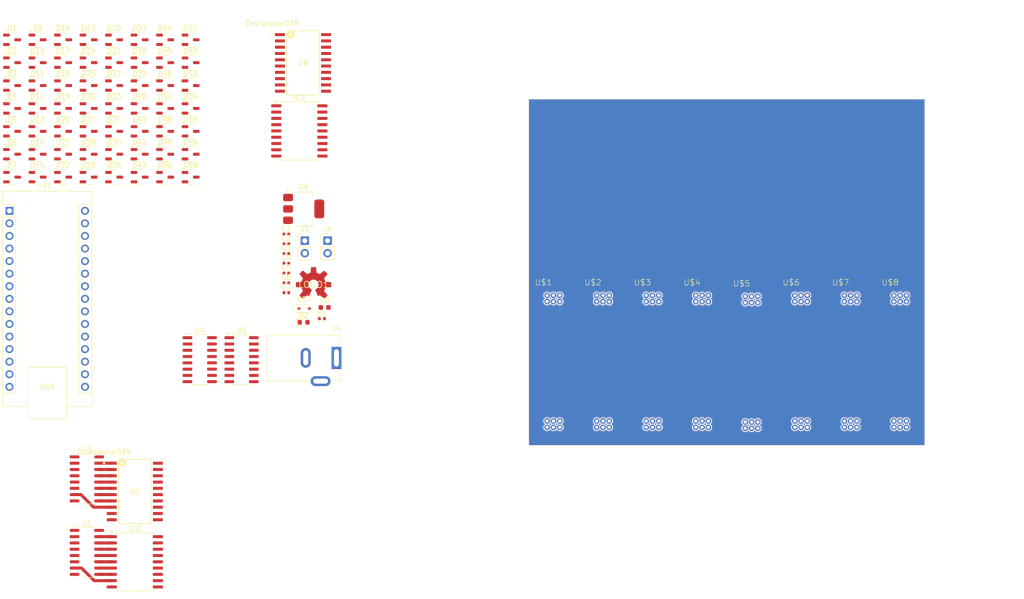
<source format=kicad_pcb>
(kicad_pcb (version 20241229) (generator "pcbnew") (generator_version "9.0")
  (layers (0 "F.Cu" signal) (4 "In1.Cu" signal) (6 "In2.Cu" signal) (2 "B.Cu" signal) (13 "F.Paste" user) (15 "B.Paste" user) (5 "F.SilkS" user "F.Silkscreen") (7 "B.SilkS" user "B.Silkscreen") (1 "F.Mask" user) (3 "B.Mask" user) (25 "Edge.Cuts" user))
  (net 0 "")
  (net 1 "GND")
  (net 2 "VCC")
  (net 9 "/MOD_0")
  (net 10 "/SET")
  (net 12 "/PIN_1")
  (net 15 "/MOD_2")
  (net 18 "/PIN_0")
  (net 19 "/RAW")
  (net 21 "/MOD_1")
  (net 22 "/RESET")
  (net 26 "/PIN_2")
  (net 30 "/V_DRIVE")
  (net 31 "Net-(U$8-1A)")
  (net 32 "Net-(D1-A)")
  (net 33 "Net-(IC2-O8)")
  (net 34 "Net-(U$7-1A)")
  (net 35 "Net-(IC2-O7)")
  (net 36 "Net-(D2-A)")
  (net 37 "Net-(IC2-O6)")
  (net 38 "Net-(U$6-1A)")
  (net 39 "Net-(D3-A)")
  (net 40 "Net-(D4-A)")
  (net 41 "Net-(IC2-O5)")
  (net 42 "Net-(U$5-1A)")
  (net 43 "Net-(D5-A)")
  (net 44 "Net-(U$4-1A)")
  (net 45 "Net-(IC2-O4)")
  (net 46 "Net-(IC2-O3)")
  (net 47 "Net-(D6-A)")
  (net 48 "Net-(U$3-1A)")
  (net 49 "Net-(U$2-1A)")
  (net 50 "Net-(IC2-O2)")
  (net 51 "Net-(D7-A)")
  (net 52 "Net-(U$1-1A)")
  (net 53 "Net-(IC2-O1)")
  (net 54 "Net-(D9-A)")
  (net 55 "Net-(D10-A)")
  (net 56 "Net-(IC3-O2)")
  (net 57 "Net-(U$1-2B)")
  (net 58 "Net-(IC3-O3)")
  (net 59 "Net-(D11-A)")
  (net 60 "Net-(U$1-3B)")
  (net 61 "Net-(U$1-4B)")
  (net 62 "Net-(D12-A)")
  (net 63 "Net-(IC3-O4)")
  (net 64 "Net-(D13-A)")
  (net 65 "Net-(IC3-O6)")
  (net 66 "Net-(U$1-6B)")
  (net 67 "Net-(U$2-3B)")
  (net 68 "Net-(U$2-1B)")
  (net 69 "Net-(IC3-O1)")
  (net 70 "Net-(D15-A)")
  (net 71 "Net-(U$2-2B)")
  (net 72 "Net-(U$1-5B)")
  (net 73 "Net-(D17-A)")
  (net 74 "Net-(IC3-O5)")
  (net 75 "Net-(U$2-4B)")
  (net 76 "Net-(U$2-5B)")
  (net 77 "Net-(U$2-6B)")
  (net 78 "Net-(U$3-1B)")
  (net 79 "Net-(U$3-3B)")
  (net 80 "Net-(U$3-2B)")
  (net 81 "Net-(U$3-4B)")
  (net 82 "Net-(U$3-5B)")
  (net 83 "Net-(U$4-2B)")
  (net 84 "Net-(U$4-1B)")
  (net 85 "Net-(U$4-5B)")
  (net 86 "Net-(U$5-2B)")
  (net 90 "Net-(U$5-5B)")
  (net 91 "Net-(U$3-6B)")
  (net 92 "Net-(U$5-1B)")
  (net 93 "Net-(U$4-3B)")
  (net 94 "Net-(U$4-6B)")
  (net 95 "Net-(U$5-4B)")
  (net 96 "Net-(U$5-3B)")
  (net 97 "Net-(U$5-6B)")
  (net 98 "Net-(U$6-1B)")
  (net 99 "Net-(U$6-3B)")
  (net 100 "Net-(U$6-6B)")
  (net 101 "Net-(U$6-4B)")
  (net 102 "Net-(U$6-2B)")
  (net 103 "Net-(U$6-5B)")
  (net 104 "Net-(U$7-1B)")
  (net 105 "Net-(U$7-2B)")
  (net 106 "Net-(U$7-5B)")
  (net 107 "Net-(U$7-4B)")
  (net 108 "Net-(U$8-2B)")
  (net 109 "Net-(U$8-5B)")
  (net 110 "Net-(U$8-1B)")
  (net 111 "Net-(U$8-6B)")
  (net 112 "Net-(U$8-3B)")
  (net 113 "Net-(U$8-4B)")
  (net 114 "Net-(U$7-6B)")
  (net 115 "Net-(U$7-3B)")
  (net 116 "Net-(U$1-1B)")
  (net 117 "Net-(IC2-I6)")
  (net 118 "Net-(IC2-I3)")
  (net 119 "Net-(IC2-I7)")
  (net 120 "Net-(IC2-I5)")
  (net 121 "Net-(IC2-I4)")
  (net 122 "Net-(IC2-I1)")
  (net 123 "Net-(IC2-I8)")
  (net 124 "Net-(IC2-I2)")
  (net 125 "Net-(IC3-I5)")
  (net 126 "Net-(IC3-I2)")
  (net 128 "Net-(IC3-I3)")
  (net 129 "Net-(IC3-I1)")
  (net 131 "Net-(IC3-I6)")
  (net 132 "Net-(IC3-I4)")
  (net 133 "Net-(U6-ADJ)")
  (net 137 "Net-(U5-Y4)")
  (net 138 "Net-(U5-Y5)")
  (net 140 "Net-(U5-Y2)")
  (net 141 "Net-(U5-Y1)")
  (net 143 "Net-(U5-Y0)")
  (net 144 "Net-(U5-Y3)")
  (net 145 "Net-(U2-7B)")
  (net 146 "Net-(U2-2B)")
  (net 147 "Net-(U2-1B)")
  (net 148 "Net-(U2-8B)")
  (net 149 "Net-(U2-6B)")
  (net 150 "Net-(U2-3B)")
  (net 151 "Net-(U2-4B)")
  (net 154 "Net-(U2-5B)")
  (footprint "Package_TO_SOT_SMD:SOT-23-3" (layer "F.Cu") (at 31.02 28.035)
    (property "Reference" "D16")
    (property "Value" "BAV99")
  )
  (footprint "Package_TO_SOT_SMD:SOT-23-3" (layer "F.Cu") (at 41.32 41.91)
    (property "Reference" "D33")
    (property "Value" "BAV99")
  )
  (footprint "Package_TO_SOT_SMD:SOT-23-3" (layer "F.Cu") (at 46.47 46.535)
    (property "Reference" "D41")
    (property "Value" "BAV99")
  )
  (footprint "Package_TO_SOT_SMD:SOT-23-3" (layer "F.Cu") (at 46.47 55.785)
    (property "Reference" "D43")
    (property "Value" "BAV99")
  )
  (footprint "Package_TO_SOT_SMD:SOT-23-3" (layer "F.Cu") (at 20.72 37.285)
    (property "Reference" "D3")
    (property "Value" "BAV99")
  )
  (footprint "Capacitor_SMD:C_0402_1005Metric" (layer "F.Cu") (at 76.09 71.25)
    (property "Reference" "C3")
    (property "Value" "0.1uF")
  )
  (footprint "Package_TO_SOT_SMD:SOT-23-3" (layer "F.Cu") (at 56.77 32.66)
    (property "Reference" "D52")
    (property "Value" "BAV99")
  )
  (footprint "Package_TO_SOT_SMD:SOT-23-3" (layer "F.Cu") (at 20.72 51.16)
    (property "Reference" "D6")
    (property "Value" "BAV99")
  )
  (footprint "Package_TO_SOT_SMD:SOT-23-3" (layer "F.Cu") (at 56.77 55.785)
    (property "Reference" "D58")
    (property "Value" "BAV99")
  )
  (footprint "Package_TO_SOT_SMD:SOT-23-3" (layer "F.Cu") (at 25.87 46.535)
    (property "Reference" "D13")
    (property "Value" "BAV99")
  )
  (footprint "Package_TO_SOT_SMD:SOT-23-3" (layer "F.Cu") (at 20.72 28.035)
    (property "Reference" "D1")
    (property "Value" "BAV99")
  )
  (footprint "Package_TO_SOT_SMD:SOT-23-3" (layer "F.Cu") (at 20.72 41.91)
    (property "Reference" "D4")
    (property "Value" "BAV99")
  )
  (footprint "Package_TO_SOT_SMD:SOT-23-3" (layer "F.Cu") (at 25.87 37.285)
    (property "Reference" "D11")
    (property "Value" "BAV99")
  )
  (footprint "Package_TO_SOT_SMD:SOT-23-3" (layer "F.Cu") (at 31.02 37.285)
    (property "Reference" "D18")
    (property "Value" "BAV99")
  )
  (footprint "Package_TO_SOT_SMD:SOT-23-3" (layer "F.Cu") (at 46.47 41.91)
    (property "Reference" "D40")
    (property "Value" "BAV99")
  )
  (footprint "Package_TO_SOT_SMD:SOT-23-3" (layer "F.Cu") (at 36.17 32.66)
    (property "Reference" "D24")
    (property "Value" "BAV99")
  )
  (footprint "Package_TO_SOT_SMD:SOT-23-3" (layer "F.Cu") (at 36.17 28.035)
    (property "Reference" "D23")
    (property "Value" "BAV99")
  )
  (footprint "Package_TO_SOT_SMD:SOT-23-3" (layer "F.Cu") (at 46.47 28.035)
    (property "Reference" "D37")
    (property "Value" "BAV99")
  )
  (footprint "Package_TO_SOT_SMD:SOT-23-3" (layer "F.Cu") (at 36.17 41.91)
    (property "Reference" "D26")
    (property "Value" "BAV99")
  )
  (footprint "Package_TO_SOT_SMD:SOT-23-3" (layer "F.Cu") (at 25.87 41.91)
    (property "Reference" "D12")
    (property "Value" "BAV99")
  )
  (footprint "Package_TO_SOT_SMD:SOT-23-3" (layer "F.Cu") (at 51.62 46.535)
    (property "Reference" "D48")
    (property "Value" "BAV99")
  )
  (footprint "Package_SO:SOIC-18W_7.5x11.6mm_P1.27mm" (layer "F.Cu") (at 78.71 46.455)
    (property "Reference" "IC3")
    (property "Value" "TBD62783AFG")
  )
  (footprint "Package_TO_SOT_SMD:SOT-23-3" (layer "F.Cu") (at 46.47 32.66)
    (property "Reference" "D38")
    (property "Value" "BAV99")
  )
  (footprint "Package_TO_SOT_SMD:SOT-23-3" (layer "F.Cu") (at 41.32 51.16)
    (property "Reference" "D35")
    (property "Value" "BAV99")
  )
  (footprint "Package_TO_SOT_SMD:SOT-23-3" (layer "F.Cu") (at 31.02 51.16)
    (property "Reference" "D21")
    (property "Value" "BAV99")
  )
  (footprint "Braille Evaluation Board:BRAILLE-6" (layer "F.Cu") (at 150 93)
    (property "Reference" "U$3")
    (property "Value" "BRAILLE-6")
  )
  (footprint "Package_TO_SOT_SMD:SOT-23-3" (layer "F.Cu") (at 56.77 37.285)
    (property "Reference" "D53")
    (property "Value" "BAV99")
  )
  (footprint "TI ULN:DW0020A-MFG" (layer "F.Cu") (at 45.5 119.295)
    (property "Reference" "U2")
    (property "Value" "ULN2803CDWR")
  )
  (footprint "Package_TO_SOT_SMD:SOT-23-3" (layer "F.Cu") (at 56.77 46.535)
    (property "Reference" "D55")
    (property "Value" "BAV99")
  )
  (footprint "Resistor_SMD:R_0402_1005Metric" (layer "F.Cu") (at 83.27 84.37)
    (property "Reference" "R4")
    (property "Value" "698Ω")
  )
  (footprint "Package_TO_SOT_SMD:SOT-23-3" (layer "F.Cu") (at 31.02 41.91)
    (property "Reference" "D19")
    (property "Value" "BAV99")
  )
  (footprint "Package_TO_SOT_SMD:SOT-23-3" (layer "F.Cu") (at 46.47 51.16)
    (property "Reference" "D42")
    (property "Value" "BAV99")
  )
  (footprint "Package_TO_SOT_SMD:SOT-23-3" (layer "F.Cu") (at 31.02 32.66)
    (property "Reference" "D17")
    (property "Value" "BAV99")
  )
  (footprint "Capacitor_SMD:C_0603_1608Metric" (layer "F.Cu") (at 83.82 82.12)
    (property "Reference" "C8")
    (property "Value" "10uF")
  )
  (footprint "Package_TO_SOT_SMD:SOT-23-3" (layer "F.Cu") (at 25.87 32.66)
    (property "Reference" "D10")
    (property "Value" "BAV99")
  )
  (footprint "Package_TO_SOT_SMD:SOT-23-3" (layer "F.Cu") (at 51.62 28.035)
    (property "Reference" "D44")
    (property "Value" "BAV99")
  )
  (footprint "Package_TO_SOT_SMD:SOT-23-3" (layer "F.Cu") (at 25.87 28.035)
    (property "Reference" "D9")
    (property "Value" "BAV99")
  )
  (footprint "Capacitor_SMD:C_0402_1005Metric" (layer "F.Cu") (at 76.09 67.31)
    (property "Reference" "C1")
    (property "Value" "0.1uF")
  )
  (footprint "Module:Arduino_Nano" (layer "F.Cu") (at 20.2 62.59)
    (property "Reference" "A1")
    (property "Value" "Arduino_Nano_v3.x")
  )
  (footprint "Package_TO_SOT_SMD:SOT-23-3" (layer "F.Cu") (at 41.32 32.66)
    (property "Reference" "D31")
    (property "Value" "BAV99")
  )
  (footprint "Connector_BarrelJack:BarrelJack_Kycon_KLDX-0202-xC_Horizontal" (layer "F.Cu") (at 86.2 92.3)
    (property "Reference" "J4")
    (property "Value" "Jack-DC")
  )
  (footprint "Braille Evaluation Board:OSHW-LOGO-L_COPPER" (layer "F.Cu") (at 81.5739 77.5139)
    (property "Reference" "LOGO1")
    (property "Value" "OSHW-LOGOL-COPPER")
  )
  (footprint "Capacitor_SMD:C_0402_1005Metric" (layer "F.Cu") (at 76.09 75.19)
    (property "Reference" "C5")
    (property "Value" "330nF")
  )
  (footprint "Braille Evaluation Board:BRAILLE-6" (layer "F.Cu") (at 140 93)
    (property "Reference" "U$2")
    (property "Value" "BRAILLE-6")
  )
  (footprint "Package_TO_SOT_SMD:SOT-23-3" (layer "F.Cu") (at 51.62 51.16)
    (property "Reference" "D49")
    (property "Value" "BAV99")
  )
  (footprint "Package_SO:SOIC-18W_7.5x11.6mm_P1.27mm" (layer "F.Cu") (at 45.5 133.5)
    (property "Reference" "IC2")
    (property "Value" "TBD62783AFG")
  )
  (footprint "Capacitor_SMD:C_0402_1005Metric" (layer "F.Cu") (at 76.09 79.13)
    (property "Reference" "C7")
    (property "Value" "0.1uF")
  )
  (footprint "Braille Evaluation Board:BRAILLE-6" (layer "F.Cu") (at 130 93)
    (property "Reference" "U$1")
    (property "Value" "BRAILLE-6")
  )
  (footprint "Package_TO_SOT_SMD:SOT-23-3" (layer "F.Cu") (at 25.87 55.785)
    (property "Reference" "D15")
    (property "Value" "BAV99")
  )
  (footprint "Braille Evaluation Board:BRAILLE-6" (layer "F.Cu") (at 170 93.2)
    (property "Reference" "U$5")
    (property "Value" "BRAILLE-6")
  )
  (footprint "Braille Evaluation Board:BRAILLE-6" (layer "F.Cu") (at 190 93)
    (property "Reference" "U$7")
    (property "Value" "BRAILLE-6")
  )
  (footprint "Capacitor_SMD:C_0402_1005Metric" (layer "F.Cu") (at 76.09 77.16)
    (property "Reference" "C6")
    (property "Value" "330nF")
  )
  (footprint "Package_TO_SOT_SMD:SOT-23-3" (layer "F.Cu") (at 36.17 55.785)
    (property "Reference" "D29")
    (property "Value" "BAV99")
  )
  (footprint "Package_TO_SOT_SMD:SOT-23-3" (layer "F.Cu") (at 56.77 28.035)
    (property "Reference" "D51")
    (property "Value" "BAV99")
  )
  (footprint "Package_TO_SOT_SMD:SOT-23-3" (layer "F.Cu") (at 31.02 46.535)
    (property "Reference" "D20")
    (property "Value" "BAV99")
  )
  (footprint "Package_TO_SOT_SMD:SOT-23-3" (layer "F.Cu") (at 25.87 51.16)
    (property "Reference" "D14")
    (property "Value" "BAV99")
  )
  (footprint "Package_TO_SOT_SMD:SOT-23-3" (layer "F.Cu") (at 20.72 32.66)
    (property "Reference" "D2")
    (property "Value" "BAV99")
  )
  (footprint "Package_TO_SOT_SMD:SOT-23-3" (layer "F.Cu") (at 41.32 55.785)
    (property "Reference" "D36")
    (property "Value" "BAV99")
  )
  (footprint "Package_SO:SOIC-16_3.9x9.9mm_P1.27mm" (layer "F.Cu") (at 35.815 131.595)
    (property "Reference" "U1")
    (property "Value" "74HC238D, 653")
  )
  (footprint "Package_TO_SOT_SMD:SOT-23-3" (layer "F.Cu") (at 56.77 51.16)
    (property "Reference" "D56")
    (property "Value" "BAV99")
  )
  (footprint "Package_TO_SOT_SMD:SOT-23-3" (layer "F.Cu") (at 20.72 46.535)
    (property "Reference" "D5")
    (property "Value" "BAV99")
  )
  (footprint "Package_SO:SOIC-16_3.9x9.9mm_P1.27mm" (layer "F.Cu") (at 35.815 116.755)
    (property "Reference" "U3")
    (property "Value" "74HC238D, 653")
  )
  (footprint "Package_TO_SOT_SMD:SOT-23-3" (layer "F.Cu") (at 41.32 28.035)
    (property "Reference" "D30")
    (property "Value" "BAV99")
  )
  (footprint "Braille Evaluation Board:BRAILLE-6" (layer "F.Cu") (at 200 93)
    (property "Reference" "U$8")
    (property "Value" "BRAILLE-6")
  )
  (footprint "Package_TO_SOT_SMD:SOT-23-3" (layer "F.Cu") (at 31.02 55.785)
    (property "Reference" "D22")
    (property "Value" "BAV99")
  )
  (footprint "Capacitor_SMD:C_0402_1005Metric" (layer "F.Cu") (at 76.09 69.28)
    (property "Reference" "C2")
    (property "Value" "0.1uF")
  )
  (footprint "Package_TO_SOT_SMD:SOT-23-3" (layer "F.Cu") (at 51.62 55.785)
    (property "Reference" "D50")
    (property "Value" "BAV99")
  )
  (footprint "Package_TO_SOT_SMD:SOT-23-3" (layer "F.Cu") (at 51.62 37.285)
    (property "Reference" "D46")
    (property "Value" "BAV99")
  )
  (footprint "Braille Evaluation Board:BRAILLE-6" (layer "F.Cu") (at 160 93)
    (property "Reference" "U$4")
    (property "Value" "BRAILLE-6")
  )
  (footprint "Package_TO_SOT_SMD:SOT-23-3" (layer "F.Cu") (at 20.72 55.785)
    (property "Reference" "D7")
    (property "Value" "BAV99")
  )
  (footprint "Package_TO_SOT_SMD:SOT-23-3" (layer "F.Cu") (at 41.32 46.535)
    (property "Reference" "D34")
    (property "Value" "BAV99")
  )
  (footprint "Package_TO_SOT_SMD:SOT-23-3" (layer "F.Cu") (at 51.62 32.66)
    (property "Reference" "D45")
    (property "Value" "BAV99")
  )
  (footprint "Package_TO_SOT_SMD:SOT-23-3" (layer "F.Cu") (at 36.17 37.285)
    (property "Reference" "D25")
    (property "Value" "BAV99")
  )
  (footprint "Diode_SMD:D_SOD-323" (layer "F.Cu") (at 79.695 82.34)
    (property "Reference" "D57")
    (property "Value" "D_Schottky")
  )
  (footprint "Package_SO:SOIC-16_3.9x9.9mm_P1.27mm" (layer "F.Cu") (at 58.6 92.67)
    (property "Reference" "U4")
    (property "Value" "74HC238D, 653")
  )
  (footprint "Package_TO_SOT_SMD:SOT-223-3_TabPin2" (layer "F.Cu") (at 79.58 62.205)
    (property "Reference" "U6")
    (property "Value" "LM317_SOT-223")
  )
  (footprint "Package_TO_SOT_SMD:SOT-23-3" (layer "F.Cu") (at 41.32 37.285)
    (property "Reference" "D32")
    (property "Value" "BAV99")
  )
  (footprint "Package_TO_SOT_SMD:SOT-23-3" (layer "F.Cu") (at 56.77 41.91)
    (property "Reference" "D54")
    (property "Value" "BAV99")
  )
  (footprint "Connector_PinHeader_2.54mm:PinHeader_1x02_P2.54mm_Vertical" (layer "F.Cu") (at 84.41 68.62)
    (property "Reference" "J6")
    (property "Value" "Conn_01x02_Pin")
  )
  (footprint "LED_SMD:LED_0603_1608Metric" (layer "F.Cu") (at 79.57 85.11)
    (property "Reference" "R2")
    (property "Value" "237Ω")
  )
  (footprint "Package_SO:SOIC-16_3.9x9.9mm_P1.27mm" (layer "F.Cu") (at 67.05 92.67)
    (property "Reference" "U5")
    (property "Value" "74HC238D, 653")
  )
  (footprint "Package_TO_SOT_SMD:SOT-23-3" (layer "F.Cu") (at 51.62 41.91)
    (property "Reference" "D47")
    (property "Value" "BAV99")
  )
  (footprint "TI ULN:DW0020A-MFG" (layer "F.Cu") (at 79.445001 32.71)
    (property "Reference" "U8")
    (property "Value" "ULN2803CDWR")
  )
  (footprint "Package_TO_SOT_SMD:SOT-23-3" (layer "F.Cu") (at 36.17 46.535)
    (property "Reference" "D27")
    (property "Value" "BAV99")
  )
  (footprint "Capacitor_SMD:C_0402_1005Metric" (layer "F.Cu") (at 76.09 73.22)
    (property "Reference" "C4")
    (property "Value" "330nF")
  )
  (footprint "Package_TO_SOT_SMD:SOT-23-3" (layer "F.Cu") (at 46.47 37.285)
    (property "Reference" "D39")
    (property "Value" "BAV99")
  )
  (footprint "Braille Evaluation Board:BRAILLE-6" (layer "F.Cu") (at 180 93)
    (property "Reference" "U$6")
    (property "Value" "BRAILLE-6")
  )
  (footprint "Package_TO_SOT_SMD:SOT-23-3" (layer "F.Cu") (at 36.17 51.16)
    (property "Reference" "D28")
    (property "Value" "BAV99")
  )
  (footprint "Connector_PinHeader_2.54mm:PinHeader_1x02_P2.54mm_Vertical" (layer "F.Cu") (at 79.82 68.62)
    (property "Reference" "J5")
    (property "Value" "Conn_01x02_Pin")
  )
  (gr_rect (start 125 40) (end 205 110) (stroke (width 0.05)) (fill no) (layer "Edge.Cuts"))
  (segment (start 38.29 134.77) (end 40.85 134.77) (width 0.6) (layer "F.Cu") (net 117))
  (segment (start 38.29 130.96) (end 40.85 130.96) (width 0.6) (layer "F.Cu") (net 118))
  (segment (start 38.29 136.04) (end 40.85 136.04) (width 0.6) (layer "F.Cu") (net 119))
  (segment (start 38.29 133.5) (end 40.85 133.5) (width 0.6) (layer "F.Cu") (net 120))
  (segment (start 38.29 132.23) (end 40.85 132.23) (width 0.6) (layer "F.Cu") (net 121))
  (segment (start 38.29 128.42) (end 40.85 128.42) (width 0.6) (layer "F.Cu") (net 122))
  (segment (start 34.75 134.77) (end 37.29 137.31) (width 0.6) (layer "F.Cu") (net 123))
  (segment (start 37.29 137.31) (end 40.85 137.31) (width 0.6) (layer "F.Cu") (net 123))
  (segment (start 33.34 134.77) (end 34.75 134.77) (width 0.6) (layer "F.Cu") (net 123))
  (segment (start 38.29 129.69) (end 40.85 129.69) (width 0.6) (layer "F.Cu") (net 124))
  (segment (start 38.29 121.2) (end 40.849999 121.2) (width 0.6) (layer "F.Cu") (net 145))
  (segment (start 38.29 114.85) (end 40.849999 114.85) (width 0.6) (layer "F.Cu") (net 146))
  (segment (start 38.29 113.58) (end 40.849999 113.58) (width 0.6) (layer "F.Cu") (net 147))
  (segment (start 34.64 119.93) (end 37.18 122.47) (width 0.6) (layer "F.Cu") (net 148))
  (segment (start 37.18 122.47) (end 40.849999 122.47) (width 0.6) (layer "F.Cu") (net 148))
  (segment (start 33.34 119.93) (end 34.64 119.93) (width 0.6) (layer "F.Cu") (net 148))
  (segment (start 38.29 119.93) (end 40.849999 119.93) (width 0.6) (layer "F.Cu") (net 149))
  (segment (start 38.29 116.12) (end 40.849999 116.12) (width 0.6) (layer "F.Cu") (net 150))
  (segment (start 38.29 117.39) (end 40.849999 117.39) (width 0.6) (layer "F.Cu") (net 151))
  (segment (start 40.849999 118.66) (end 38.29 118.66) (width 0.6) (layer "F.Cu") (net 154))
  (zone (net 1) (net_name "GND") (layer "F.Cu") (connect_pads yes (clearance 0.1)) (min_thickness 0.1) (fill yes (thermal_gap 0.5) (thermal_bridge_width 0.5))
    (polygon (pts (xy 120 35) (xy 210 35) (xy 210 115) (xy 120 115)))
  )
  (zone (net 1) (net_name "GND") (layer "B.Cu") (priority 3) (connect_pads yes (clearance 0.1)) (min_thickness 0.1) (fill yes (thermal_gap 0.5) (thermal_bridge_width 0.5))
    (polygon (pts (xy 105 20) (xy 225 20) (xy 225 130) (xy 105 130)))
  )
)
</source>
